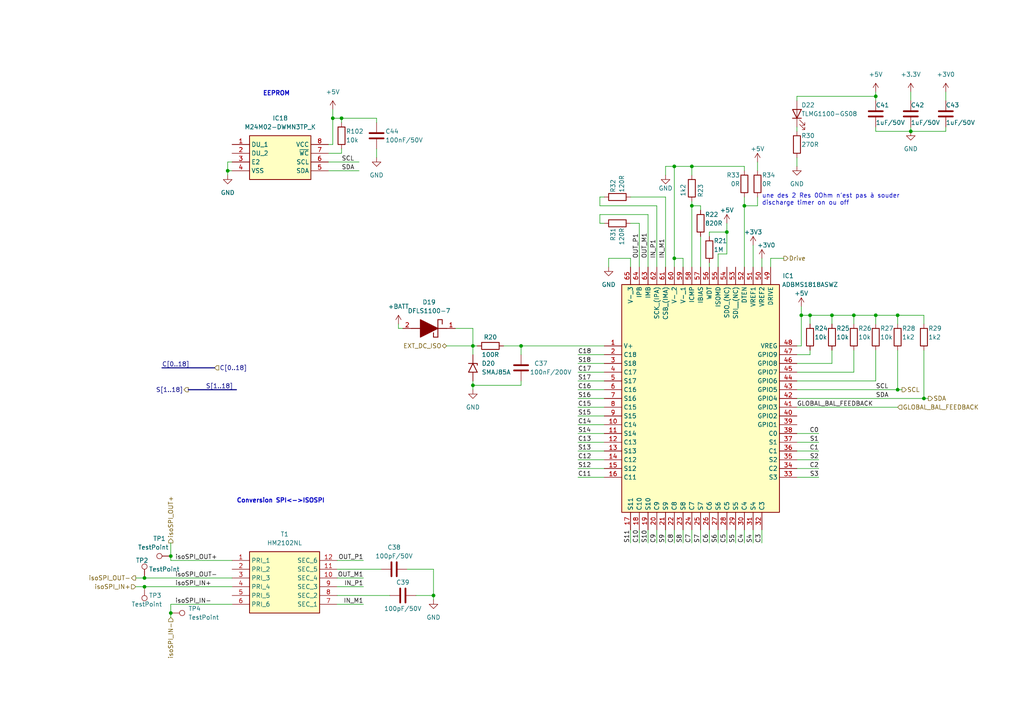
<source format=kicad_sch>
(kicad_sch (version 20230121) (generator eeschema)
  (paper "A4")
  (lib_symbols
    (symbol "ADBMS1818ASWZ:ADBMS1818ASWZ"
      (property "Reference" "IC" (at 52.07 22.86 0))
      (property "Value" "ADBMS1818ASWZ" (at 52.07 20.32 0))
      (symbol "ADBMS1818ASWZ_1_1"
        (rectangle (start 5.08 17.78) (end 50.8 -48.26) (stroke (width 0.254)) (fill (type background)))
        (pin passive line (at 0 0 0) (length 5.08) (name "V+") (number "1"))
        (pin passive line (at 0 -22.86 0) (length 5.08) (name "C14") (number "10"))
        (pin passive line (at 0 -25.4 0) (length 5.08) (name "S14") (number "11"))
        (pin passive line (at 0 -27.94 0) (length 5.08) (name "C13") (number "12"))
        (pin passive line (at 0 -30.48 0) (length 5.08) (name "S13") (number "13"))
        (pin passive line (at 0 -33.02 0) (length 5.08) (name "C12") (number "14"))
        (pin passive line (at 0 -35.56 0) (length 5.08) (name "S12") (number "15"))
        (pin passive line (at 0 -38.1 0) (length 5.08) (name "C11") (number "16"))
        (pin passive line (at 7.62 -53.34 90) (length 5.08) (name "S11") (number "17"))
        (pin passive line (at 10.16 -53.34 90) (length 5.08) (name "C10") (number "18"))
        (pin passive line (at 12.7 -53.34 90) (length 5.08) (name "S10") (number "19"))
        (pin passive line (at 0 -2.54 0) (length 5.08) (name "C18") (number "2"))
        (pin passive line (at 15.24 -53.34 90) (length 5.08) (name "C9") (number "20"))
        (pin passive line (at 17.78 -53.34 90) (length 5.08) (name "S9") (number "21"))
        (pin passive line (at 20.32 -53.34 90) (length 5.08) (name "C8") (number "22"))
        (pin passive line (at 22.86 -53.34 90) (length 5.08) (name "S8") (number "23"))
        (pin passive line (at 25.4 -53.34 90) (length 5.08) (name "C7") (number "24"))
        (pin passive line (at 27.94 -53.34 90) (length 5.08) (name "S7") (number "25"))
        (pin passive line (at 30.48 -53.34 90) (length 5.08) (name "C6") (number "26"))
        (pin passive line (at 33.02 -53.34 90) (length 5.08) (name "S6") (number "27"))
        (pin passive line (at 35.56 -53.34 90) (length 5.08) (name "C5") (number "28"))
        (pin passive line (at 38.1 -53.34 90) (length 5.08) (name "S5") (number "29"))
        (pin passive line (at 0 -5.08 0) (length 5.08) (name "S18") (number "3"))
        (pin passive line (at 40.64 -53.34 90) (length 5.08) (name "C4") (number "30"))
        (pin passive line (at 43.18 -53.34 90) (length 5.08) (name "S4") (number "31"))
        (pin passive line (at 45.72 -53.34 90) (length 5.08) (name "C3") (number "32"))
        (pin passive line (at 55.88 -38.1 180) (length 5.08) (name "S3") (number "33"))
        (pin passive line (at 55.88 -35.56 180) (length 5.08) (name "C2") (number "34"))
        (pin passive line (at 55.88 -33.02 180) (length 5.08) (name "S2") (number "35"))
        (pin passive line (at 55.88 -30.48 180) (length 5.08) (name "C1") (number "36"))
        (pin passive line (at 55.88 -27.94 180) (length 5.08) (name "S1") (number "37"))
        (pin passive line (at 55.88 -25.4 180) (length 5.08) (name "C0") (number "38"))
        (pin passive line (at 55.88 -22.86 180) (length 5.08) (name "GPIO1") (number "39"))
        (pin passive line (at 0 -7.62 0) (length 5.08) (name "C17") (number "4"))
        (pin passive line (at 55.88 -20.32 180) (length 5.08) (name "GPIO2") (number "40"))
        (pin passive line (at 55.88 -17.78 180) (length 5.08) (name "GPIO3") (number "41"))
        (pin passive line (at 55.88 -15.24 180) (length 5.08) (name "GPIO4") (number "42"))
        (pin passive line (at 55.88 -12.7 180) (length 5.08) (name "GPIO5") (number "43"))
        (pin passive line (at 55.88 -10.16 180) (length 5.08) (name "GPIO6") (number "44"))
        (pin passive line (at 55.88 -7.62 180) (length 5.08) (name "GPIO7") (number "45"))
        (pin passive line (at 55.88 -5.08 180) (length 5.08) (name "GPIO8") (number "46"))
        (pin passive line (at 55.88 -2.54 180) (length 5.08) (name "GPIO9") (number "47"))
        (pin passive line (at 55.88 0 180) (length 5.08) (name "VREG") (number "48"))
        (pin passive line (at 48.26 22.86 270) (length 5.08) (name "DRIVE") (number "49"))
        (pin passive line (at 0 -10.16 0) (length 5.08) (name "S17") (number "5"))
        (pin passive line (at 45.72 22.86 270) (length 5.08) (name "VREF2") (number "50"))
        (pin passive line (at 43.18 22.86 270) (length 5.08) (name "VREF1") (number "51"))
        (pin passive line (at 40.64 22.86 270) (length 5.08) (name "DTEN") (number "52"))
        (pin passive line (at 38.1 22.86 270) (length 5.08) (name "SDI__(NC)") (number "53"))
        (pin passive line (at 35.56 22.86 270) (length 5.08) (name "SDO_(NC)") (number "54"))
        (pin passive line (at 33.02 22.86 270) (length 5.08) (name "ISOMD") (number "55"))
        (pin passive line (at 30.48 22.86 270) (length 5.08) (name "WDT") (number "56"))
        (pin passive line (at 27.94 22.86 270) (length 5.08) (name "IBIAS") (number "57"))
        (pin passive line (at 25.4 22.86 270) (length 5.08) (name "ICMP") (number "58"))
        (pin passive line (at 22.86 22.86 270) (length 5.08) (name "V-_1") (number "59"))
        (pin passive line (at 0 -12.7 0) (length 5.08) (name "C16") (number "6"))
        (pin passive line (at 20.32 22.86 270) (length 5.08) (name "V-_2") (number "60"))
        (pin passive line (at 17.78 22.86 270) (length 5.08) (name "CSB_(IMA)") (number "61"))
        (pin passive line (at 15.24 22.86 270) (length 5.08) (name "SCK_(IPA)") (number "62"))
        (pin passive line (at 12.7 22.86 270) (length 5.08) (name "IMB") (number "63"))
        (pin passive line (at 10.16 22.86 270) (length 5.08) (name "IPB") (number "64"))
        (pin passive line (at 7.62 22.86 270) (length 5.08) (name "V-_3") (number "65"))
        (pin passive line (at 0 -15.24 0) (length 5.08) (name "S16") (number "7"))
        (pin passive line (at 0 -17.78 0) (length 5.08) (name "C15") (number "8"))
        (pin passive line (at 0 -20.32 0) (length 5.08) (name "S15") (number "9"))
      )
    )
    (symbol "Connector:TestPoint" (pin_numbers hide) (pin_names (offset 0.762) hide)
      (property "Reference" "TP" (at 0 6.858 0))
      (property "Value" "TestPoint" (at 0 5.08 0))
      (symbol "TestPoint_0_1"
        (circle (center 0 3.302) (radius 0.762))
      )
      (symbol "TestPoint_1_1"
        (pin passive line (at 0 0 90) (length 2.54) (name "1") (number "1"))
      )
    )
    (symbol "DFLS1100-7:DFLS1100-7" (pin_names hide)
      (property "Reference" "D" (at 11.43 5.08 0))
      (property "Value" "DFLS1100-7" (at 11.43 2.54 0))
      (symbol "DFLS1100-7_1_1"
        (polyline (pts (xy 2.54 0) (xy 5.08 0)) (stroke (width 0.254)))
        (polyline (pts (xy 5.08 2.54) (xy 5.08 -2.54)) (stroke (width 0.254)))
        (polyline (pts (xy 10.16 0) (xy 12.7 0)) (stroke (width 0.254)))
        (polyline (pts (xy 5.08 -2.54) (xy 3.81 -2.54) (xy 3.81 -1.27)) (stroke (width 0.254)))
        (polyline (pts (xy 5.08 2.54) (xy 6.35 2.54) (xy 6.35 1.27)) (stroke (width 0.254)))
        (polyline (pts (xy 5.08 0) (xy 10.16 2.54) (xy 10.16 -2.54) (xy 5.08 0)) (stroke (width 0.254)) (fill (type outline)))
        (pin passive line (at 0 0 0) (length 2.54) (name "K") (number "1"))
        (pin passive line (at 15.24 0 180) (length 2.54) (name "A") (number "2"))
      )
    )
    (symbol "Device:C" (pin_numbers hide) (pin_names (offset 0.254))
      (property "Reference" "C" (at 0.635 2.54 0))
      (property "Value" "C" (at 0.635 -2.54 0))
      (symbol "C_0_1"
        (polyline (pts (xy -2.032 -0.762) (xy 2.032 -0.762)) (stroke (width 0.508)))
        (polyline (pts (xy -2.032 0.762) (xy 2.032 0.762)) (stroke (width 0.508)))
      )
      (symbol "C_1_1"
        (pin passive line (at 0 3.81 270) (length 2.794) (name "~") (number "1"))
        (pin passive line (at 0 -3.81 90) (length 2.794) (name "~") (number "2"))
      )
    )
    (symbol "Device:LED" (pin_numbers hide) (pin_names (offset 1.016) hide)
      (property "Reference" "D" (at 0 2.54 0))
      (property "Value" "LED" (at 0 -2.54 0))
      (symbol "LED_0_1"
        (polyline (pts (xy -1.27 -1.27) (xy -1.27 1.27)) (stroke (width 0.254)))
        (polyline (pts (xy -1.27 0) (xy 1.27 0)))
        (polyline (pts (xy 1.27 -1.27) (xy 1.27 1.27) (xy -1.27 0) (xy 1.27 -1.27)) (stroke (width 0.254)))
        (polyline (pts (xy -3.048 -0.762) (xy -4.572 -2.286) (xy -3.81 -2.286) (xy -4.572 -2.286) (xy -4.572 -1.524)))
        (polyline (pts (xy -1.778 -0.762) (xy -3.302 -2.286) (xy -2.54 -2.286) (xy -3.302 -2.286) (xy -3.302 -1.524)))
      )
      (symbol "LED_1_1"
        (pin passive line (at -3.81 0 0) (length 2.54) (name "K") (number "1"))
        (pin passive line (at 3.81 0 180) (length 2.54) (name "A") (number "2"))
      )
    )
    (symbol "Device:R" (pin_numbers hide) (pin_names (offset 0))
      (property "Reference" "R" (at 2.032 0 90))
      (property "Value" "R" (at 0 0 90))
      (symbol "R_0_1"
        (rectangle (start -1.016 -2.54) (end 1.016 2.54) (stroke (width 0.254)))
      )
      (symbol "R_1_1"
        (pin passive line (at 0 3.81 270) (length 1.27) (name "~") (number "1"))
        (pin passive line (at 0 -3.81 90) (length 1.27) (name "~") (number "2"))
      )
    )
    (symbol "Diode:SMAJ85A" (pin_numbers hide) (pin_names (offset 1.016) hide)
      (property "Reference" "D" (at 0 2.54 0))
      (property "Value" "SMAJ85A" (at 0 -2.54 0))
      (symbol "SMAJ85A_0_1"
        (polyline (pts (xy -0.762 1.27) (xy -1.27 1.27) (xy -1.27 -1.27)) (stroke (width 0.254)))
        (polyline (pts (xy 1.27 1.27) (xy 1.27 -1.27) (xy -1.27 0) (xy 1.27 1.27)) (stroke (width 0.254)))
      )
      (symbol "SMAJ85A_1_1"
        (pin passive line (at -3.81 0 0) (length 2.54) (name "A1") (number "1"))
        (pin passive line (at 3.81 0 180) (length 2.54) (name "A2") (number "2"))
      )
    )
    (symbol "HM2102NL:HM2102NL"
      (property "Reference" "T" (at 26.67 7.62 0))
      (property "Value" "HM2102NL" (at 26.67 5.08 0))
      (symbol "HM2102NL_1_1"
        (rectangle (start 5.08 2.54) (end 25.4 -15.24) (stroke (width 0.254)) (fill (type background)))
        (pin passive line (at 0 0 0) (length 5.08) (name "PRI_1") (number "1"))
        (pin passive line (at 30.48 -5.08 180) (length 5.08) (name "SEC_4") (number "10"))
        (pin passive line (at 30.48 -2.54 180) (length 5.08) (name "SEC_5") (number "11"))
        (pin passive line (at 30.48 0 180) (length 5.08) (name "SEC_6") (number "12"))
        (pin passive line (at 0 -2.54 0) (length 5.08) (name "PRI_2") (number "2"))
        (pin passive line (at 0 -5.08 0) (length 5.08) (name "PRI_3") (number "3"))
        (pin passive line (at 0 -7.62 0) (length 5.08) (name "PRI_4") (number "4"))
        (pin passive line (at 0 -10.16 0) (length 5.08) (name "PRI_5") (number "5"))
        (pin passive line (at 0 -12.7 0) (length 5.08) (name "PRI_6") (number "6"))
        (pin passive line (at 30.48 -12.7 180) (length 5.08) (name "SEC_1") (number "7"))
        (pin passive line (at 30.48 -10.16 180) (length 5.08) (name "SEC_2") (number "8"))
        (pin passive line (at 30.48 -7.62 180) (length 5.08) (name "SEC_3") (number "9"))
      )
    )
    (symbol "M24M02-DWMN3TP_K:M24M02-DWMN3TP_K"
      (property "Reference" "IC" (at 24.13 7.62 0))
      (property "Value" "M24M02-DWMN3TP_K" (at 24.13 5.08 0))
      (symbol "M24M02-DWMN3TP_K_1_1"
        (rectangle (start 5.08 2.54) (end 22.86 -10.16) (stroke (width 0.254)) (fill (type background)))
        (pin passive line (at 0 0 0) (length 5.08) (name "DU_1") (number "1"))
        (pin passive line (at 0 -2.54 0) (length 5.08) (name "DU_2") (number "2"))
        (pin passive line (at 0 -5.08 0) (length 5.08) (name "E2") (number "3"))
        (pin passive line (at 0 -7.62 0) (length 5.08) (name "VSS") (number "4"))
        (pin passive line (at 27.94 -7.62 180) (length 5.08) (name "SDA") (number "5"))
        (pin passive line (at 27.94 -5.08 180) (length 5.08) (name "SCL") (number "6"))
        (pin passive line (at 27.94 -2.54 180) (length 5.08) (name "~{WC}") (number "7"))
        (pin passive line (at 27.94 0 180) (length 5.08) (name "VCC") (number "8"))
      )
    )
    (symbol "power:+3.3V" (power) (pin_names (offset 0))
      (property "Value" "+3.3V" (at 0 3.556 0))
      (symbol "+3.3V_0_1"
        (polyline (pts (xy -0.762 1.27) (xy 0 2.54)))
        (polyline (pts (xy 0 0) (xy 0 2.54)))
        (polyline (pts (xy 0 2.54) (xy 0.762 1.27)))
      )
      (symbol "+3.3V_1_1"
        (pin power_in line (at 0 0 90) (length 0) hide (name "+3.3V") (number "1"))
      )
    )
    (symbol "power:+3V0" (power) (pin_names (offset 0))
      (property "Value" "+3V0" (at 0 3.556 0))
      (symbol "+3V0_0_1"
        (polyline (pts (xy -0.762 1.27) (xy 0 2.54)))
        (polyline (pts (xy 0 0) (xy 0 2.54)))
        (polyline (pts (xy 0 2.54) (xy 0.762 1.27)))
      )
      (symbol "+3V0_1_1"
        (pin power_in line (at 0 0 90) (length 0) hide (name "+3V0") (number "1"))
      )
    )
    (symbol "power:+3V3" (power) (pin_names (offset 0))
      (property "Value" "+3V3" (at 0 3.556 0))
      (symbol "+3V3_0_1"
        (polyline (pts (xy -0.762 1.27) (xy 0 2.54)))
        (polyline (pts (xy 0 0) (xy 0 2.54)))
        (polyline (pts (xy 0 2.54) (xy 0.762 1.27)))
      )
      (symbol "+3V3_1_1"
        (pin power_in line (at 0 0 90) (length 0) hide (name "+3V3") (number "1"))
      )
    )
    (symbol "power:+5V" (power) (pin_names (offset 0))
      (property "Value" "+5V" (at 0 3.556 0))
      (symbol "+5V_0_1"
        (polyline (pts (xy -0.762 1.27) (xy 0 2.54)))
        (polyline (pts (xy 0 0) (xy 0 2.54)))
        (polyline (pts (xy 0 2.54) (xy 0.762 1.27)))
      )
      (symbol "+5V_1_1"
        (pin power_in line (at 0 0 90) (length 0) hide (name "+5V") (number "1"))
      )
    )
    (symbol "power:+BATT" (power) (pin_names (offset 0))
      (property "Value" "+BATT" (at 0 3.556 0))
      (symbol "+BATT_0_1"
        (polyline (pts (xy -0.762 1.27) (xy 0 2.54)))
        (polyline (pts (xy 0 0) (xy 0 2.54)))
        (polyline (pts (xy 0 2.54) (xy 0.762 1.27)))
      )
      (symbol "+BATT_1_1"
        (pin power_in line (at 0 0 90) (length 0) hide (name "+BATT") (number "1"))
      )
    )
    (symbol "power:GND" (power) (pin_names (offset 0))
      (property "Value" "GND" (at 0 -3.81 0))
      (symbol "GND_0_1"
        (polyline (pts (xy 0 0) (xy 0 -1.27) (xy 1.27 -1.27) (xy 0 -2.54) (xy -1.27 -1.27) (xy 0 -1.27)))
      )
      (symbol "GND_1_1"
        (pin power_in line (at 0 0 270) (length 0) hide (name "GND") (number "1"))
      )
    )
  )
  (junction (at 151.13 100.33))
  (junction (at 137.16 111.76))
  (junction (at 200.66 48.26))
  (junction (at 41.91 170.18))
  (junction (at 195.58 48.26))
  (junction (at 41.91 167.64))
  (junction (at 96.52 34.29))
  (junction (at 210.82 67.31))
  (junction (at 260.35 91.44))
  (junction (at 234.95 91.44))
  (junction (at 254 91.44))
  (junction (at 267.97 115.57))
  (junction (at 215.9 59.69))
  (junction (at 66.04 49.53))
  (junction (at 254 27.94))
  (junction (at 260.35 113.03))
  (junction (at 232.41 91.44))
  (junction (at 241.3 91.44))
  (junction (at 247.65 91.44))
  (junction (at 137.16 100.33))
  (junction (at 195.58 74.93))
  (junction (at 99.06 34.29))
  (junction (at 264.16 38.1))
  (junction (at 49.53 177.8))
  (junction (at 49.53 161.29))
  (junction (at 125.73 172.72))
  (junction (at 200.66 59.69))
  (wire (pts (xy 49.53 161.29) (xy 49.53 162.56)))
  (wire (pts (xy 274.32 26.67) (xy 274.32 29.21)))
  (wire (pts (xy 195.58 74.93) (xy 195.58 77.47)))
  (wire (pts (xy 125.73 165.1) (xy 125.73 172.72)))
  (wire (pts (xy 195.58 48.26) (xy 200.66 48.26)))
  (wire (pts (xy 66.04 46.99) (xy 66.04 49.53)))
  (wire (pts (xy 231.14 48.26) (xy 231.14 45.72)))
  (wire (pts (xy 137.16 110.49) (xy 137.16 111.76)))
  (wire (pts (xy 215.9 59.69) (xy 219.71 59.69)))
  (wire (pts (xy 241.3 101.6) (xy 241.3 105.41)))
  (wire (pts (xy 231.14 100.33) (xy 232.41 100.33)))
  (wire (pts (xy 200.66 48.26) (xy 215.9 48.26)))
  (wire (pts (xy 267.97 91.44) (xy 267.97 93.98)))
  (wire (pts (xy 231.14 125.73) (xy 237.49 125.73)))
  (wire (pts (xy 210.82 64.77) (xy 210.82 67.31)))
  (wire (pts (xy 200.66 48.26) (xy 200.66 50.8)))
  (wire (pts (xy 137.16 111.76) (xy 151.13 111.76)))
  (wire (pts (xy 213.36 153.67) (xy 213.36 157.48)))
  (wire (pts (xy 167.64 118.11) (xy 175.26 118.11)))
  (wire (pts (xy 115.57 95.25) (xy 116.84 95.25)))
  (wire (pts (xy 49.53 177.8) (xy 49.53 179.07)))
  (wire (pts (xy 167.64 135.89) (xy 175.26 135.89)))
  (wire (pts (xy 203.2 153.67) (xy 203.2 157.48)))
  (wire (pts (xy 220.98 74.93) (xy 220.98 77.47)))
  (wire (pts (xy 234.95 91.44) (xy 234.95 93.98)))
  (wire (pts (xy 99.06 34.29) (xy 99.06 35.56)))
  (wire (pts (xy 95.25 46.99) (xy 104.14 46.99)))
  (wire (pts (xy 96.52 34.29) (xy 96.52 41.91)))
  (wire (pts (xy 190.5 153.67) (xy 190.5 157.48)))
  (wire (pts (xy 264.16 38.1) (xy 274.32 38.1)))
  (wire (pts (xy 182.88 64.77) (xy 185.42 64.77)))
  (wire (pts (xy 205.74 76.2) (xy 205.74 77.47)))
  (wire (pts (xy 151.13 100.33) (xy 151.13 102.87)))
  (wire (pts (xy 173.99 57.15) (xy 175.26 57.15)))
  (wire (pts (xy 260.35 91.44) (xy 260.35 93.98)))
  (wire (pts (xy 247.65 101.6) (xy 247.65 107.95)))
  (wire (pts (xy 231.14 135.89) (xy 237.49 135.89)))
  (wire (pts (xy 39.37 167.64) (xy 41.91 167.64)))
  (wire (pts (xy 118.11 165.1) (xy 125.73 165.1)))
  (bus (pts (xy 54.61 113.03) (xy 68.58 113.03)))
  (wire (pts (xy 173.99 59.69) (xy 190.5 59.69)))
  (wire (pts (xy 167.64 113.03) (xy 175.26 113.03)))
  (wire (pts (xy 182.88 153.67) (xy 182.88 157.48)))
  (wire (pts (xy 205.74 67.31) (xy 205.74 68.58)))
  (wire (pts (xy 232.41 88.9) (xy 232.41 91.44)))
  (wire (pts (xy 218.44 71.12) (xy 218.44 77.47)))
  (wire (pts (xy 41.91 167.64) (xy 67.31 167.64)))
  (wire (pts (xy 200.66 153.67) (xy 200.66 157.48)))
  (wire (pts (xy 125.73 172.72) (xy 125.73 173.99)))
  (wire (pts (xy 99.06 43.18) (xy 99.06 44.45)))
  (wire (pts (xy 205.74 67.31) (xy 210.82 67.31)))
  (wire (pts (xy 267.97 101.6) (xy 267.97 115.57)))
  (wire (pts (xy 151.13 110.49) (xy 151.13 111.76)))
  (wire (pts (xy 167.64 128.27) (xy 175.26 128.27)))
  (wire (pts (xy 66.04 46.99) (xy 67.31 46.99)))
  (wire (pts (xy 182.88 74.93) (xy 182.88 77.47)))
  (wire (pts (xy 234.95 91.44) (xy 241.3 91.44)))
  (wire (pts (xy 198.12 153.67) (xy 198.12 157.48)))
  (wire (pts (xy 231.14 138.43) (xy 237.49 138.43)))
  (wire (pts (xy 254 91.44) (xy 260.35 91.44)))
  (wire (pts (xy 97.79 167.64) (xy 105.41 167.64)))
  (wire (pts (xy 254 26.67) (xy 254 27.94)))
  (wire (pts (xy 195.58 48.26) (xy 195.58 74.93)))
  (wire (pts (xy 267.97 115.57) (xy 269.24 115.57)))
  (wire (pts (xy 185.42 153.67) (xy 185.42 157.48)))
  (wire (pts (xy 95.25 44.45) (xy 99.06 44.45)))
  (wire (pts (xy 231.14 38.1) (xy 231.14 36.83)))
  (wire (pts (xy 193.04 48.26) (xy 193.04 50.8)))
  (wire (pts (xy 187.96 62.23) (xy 187.96 77.47)))
  (wire (pts (xy 195.58 153.67) (xy 195.58 157.48)))
  (wire (pts (xy 254 29.21) (xy 254 27.94)))
  (wire (pts (xy 185.42 64.77) (xy 185.42 77.47)))
  (wire (pts (xy 254 101.6) (xy 254 110.49)))
  (wire (pts (xy 187.96 153.67) (xy 187.96 157.48)))
  (wire (pts (xy 231.14 27.94) (xy 254 27.94)))
  (wire (pts (xy 264.16 36.83) (xy 264.16 38.1)))
  (wire (pts (xy 129.54 100.33) (xy 137.16 100.33)))
  (wire (pts (xy 219.71 57.15) (xy 219.71 59.69)))
  (wire (pts (xy 215.9 59.69) (xy 215.9 77.47)))
  (wire (pts (xy 151.13 100.33) (xy 175.26 100.33)))
  (wire (pts (xy 231.14 27.94) (xy 231.14 29.21)))
  (wire (pts (xy 96.52 34.29) (xy 99.06 34.29)))
  (wire (pts (xy 219.71 46.99) (xy 219.71 49.53)))
  (wire (pts (xy 39.37 170.18) (xy 41.91 170.18)))
  (wire (pts (xy 167.64 123.19) (xy 175.26 123.19)))
  (wire (pts (xy 254 91.44) (xy 254 93.98)))
  (wire (pts (xy 97.79 165.1) (xy 110.49 165.1)))
  (wire (pts (xy 210.82 67.31) (xy 210.82 73.66)))
  (wire (pts (xy 167.64 105.41) (xy 175.26 105.41)))
  (wire (pts (xy 223.52 74.93) (xy 227.33 74.93)))
  (wire (pts (xy 66.04 49.53) (xy 67.31 49.53)))
  (wire (pts (xy 198.12 74.93) (xy 198.12 77.47)))
  (wire (pts (xy 96.52 31.75) (xy 96.52 34.29)))
  (wire (pts (xy 210.82 73.66) (xy 208.28 73.66)))
  (wire (pts (xy 231.14 102.87) (xy 234.95 102.87)))
  (wire (pts (xy 274.32 36.83) (xy 274.32 38.1)))
  (wire (pts (xy 208.28 153.67) (xy 208.28 157.48)))
  (wire (pts (xy 231.14 110.49) (xy 254 110.49)))
  (wire (pts (xy 193.04 48.26) (xy 195.58 48.26)))
  (wire (pts (xy 66.04 49.53) (xy 66.04 50.8)))
  (wire (pts (xy 241.3 91.44) (xy 247.65 91.44)))
  (wire (pts (xy 109.22 34.29) (xy 109.22 35.56)))
  (wire (pts (xy 49.53 157.48) (xy 49.53 161.29)))
  (wire (pts (xy 41.91 170.18) (xy 67.31 170.18)))
  (wire (pts (xy 203.2 68.58) (xy 203.2 77.47)))
  (wire (pts (xy 146.05 100.33) (xy 151.13 100.33)))
  (wire (pts (xy 97.79 172.72) (xy 113.03 172.72)))
  (wire (pts (xy 260.35 113.03) (xy 260.35 101.6)))
  (wire (pts (xy 231.14 107.95) (xy 247.65 107.95)))
  (wire (pts (xy 167.64 120.65) (xy 175.26 120.65)))
  (wire (pts (xy 167.64 130.81) (xy 175.26 130.81)))
  (wire (pts (xy 223.52 74.93) (xy 223.52 77.47)))
  (wire (pts (xy 220.98 153.67) (xy 220.98 157.48)))
  (wire (pts (xy 167.64 133.35) (xy 175.26 133.35)))
  (wire (pts (xy 132.08 95.25) (xy 137.16 95.25)))
  (wire (pts (xy 205.74 153.67) (xy 205.74 157.48)))
  (wire (pts (xy 231.14 115.57) (xy 267.97 115.57)))
  (bus (pts (xy 46.99 106.68) (xy 62.23 106.68)))
  (wire (pts (xy 231.14 133.35) (xy 237.49 133.35)))
  (wire (pts (xy 208.28 73.66) (xy 208.28 77.47)))
  (wire (pts (xy 218.44 153.67) (xy 218.44 157.48)))
  (wire (pts (xy 173.99 62.23) (xy 173.99 64.77)))
  (wire (pts (xy 231.14 105.41) (xy 241.3 105.41)))
  (wire (pts (xy 137.16 95.25) (xy 137.16 100.33)))
  (wire (pts (xy 200.66 58.42) (xy 200.66 59.69)))
  (wire (pts (xy 49.53 162.56) (xy 67.31 162.56)))
  (wire (pts (xy 182.88 57.15) (xy 193.04 57.15)))
  (wire (pts (xy 231.14 130.81) (xy 237.49 130.81)))
  (wire (pts (xy 49.53 175.26) (xy 49.53 177.8)))
  (wire (pts (xy 254 38.1) (xy 264.16 38.1)))
  (wire (pts (xy 260.35 91.44) (xy 267.97 91.44)))
  (wire (pts (xy 173.99 57.15) (xy 173.99 59.69)))
  (wire (pts (xy 190.5 59.69) (xy 190.5 77.47)))
  (wire (pts (xy 167.64 115.57) (xy 175.26 115.57)))
  (wire (pts (xy 193.04 153.67) (xy 193.04 157.48)))
  (wire (pts (xy 210.82 153.67) (xy 210.82 157.48)))
  (wire (pts (xy 232.41 91.44) (xy 234.95 91.44)))
  (wire (pts (xy 167.64 138.43) (xy 175.26 138.43)))
  (wire (pts (xy 137.16 111.76) (xy 137.16 113.03)))
  (wire (pts (xy 247.65 91.44) (xy 254 91.44)))
  (wire (pts (xy 215.9 153.67) (xy 215.9 157.48)))
  (wire (pts (xy 97.79 175.26) (xy 105.41 175.26)))
  (wire (pts (xy 231.14 113.03) (xy 260.35 113.03)))
  (wire (pts (xy 167.64 107.95) (xy 175.26 107.95)))
  (wire (pts (xy 176.53 74.93) (xy 176.53 77.47)))
  (wire (pts (xy 264.16 26.67) (xy 264.16 29.21)))
  (wire (pts (xy 115.57 93.98) (xy 115.57 95.25)))
  (wire (pts (xy 200.66 59.69) (xy 200.66 77.47)))
  (wire (pts (xy 200.66 59.69) (xy 203.2 59.69)))
  (wire (pts (xy 247.65 91.44) (xy 247.65 93.98)))
  (wire (pts (xy 232.41 91.44) (xy 232.41 100.33)))
  (wire (pts (xy 137.16 100.33) (xy 138.43 100.33)))
  (wire (pts (xy 241.3 91.44) (xy 241.3 93.98)))
  (wire (pts (xy 97.79 170.18) (xy 105.41 170.18)))
  (wire (pts (xy 49.53 175.26) (xy 67.31 175.26)))
  (wire (pts (xy 215.9 48.26) (xy 215.9 49.53)))
  (wire (pts (xy 176.53 74.93) (xy 182.88 74.93)))
  (wire (pts (xy 120.65 172.72) (xy 125.73 172.72)))
  (wire (pts (xy 167.64 102.87) (xy 175.26 102.87)))
  (wire (pts (xy 231.14 128.27) (xy 237.49 128.27)))
  (wire (pts (xy 215.9 57.15) (xy 215.9 59.69)))
  (wire (pts (xy 231.14 118.11) (xy 260.35 118.11)))
  (wire (pts (xy 99.06 34.29) (xy 109.22 34.29)))
  (wire (pts (xy 137.16 100.33) (xy 137.16 102.87)))
  (wire (pts (xy 96.52 41.91) (xy 95.25 41.91)))
  (wire (pts (xy 234.95 101.6) (xy 234.95 102.87)))
  (wire (pts (xy 173.99 62.23) (xy 187.96 62.23)))
  (wire (pts (xy 109.22 43.18) (xy 109.22 45.72)))
  (wire (pts (xy 260.35 113.03) (xy 261.62 113.03)))
  (wire (pts (xy 167.64 110.49) (xy 175.26 110.49)))
  (wire (pts (xy 173.99 64.77) (xy 175.26 64.77)))
  (wire (pts (xy 195.58 74.93) (xy 198.12 74.93)))
  (wire (pts (xy 97.79 162.56) (xy 105.41 162.56)))
  (wire (pts (xy 193.04 57.15) (xy 193.04 77.47)))
  (wire (pts (xy 167.64 125.73) (xy 175.26 125.73)))
  (wire (pts (xy 95.25 49.53) (xy 104.14 49.53)))
  (wire (pts (xy 203.2 59.69) (xy 203.2 60.96)))
  (wire (pts (xy 254 38.1) (xy 254 36.83)))
  (text "EEPROM\n" (at 76.2 27.94 0) (effects (font (size 1.27 1.27) (thickness 0.254) bold) (justify left bottom)))
  (text "Conversion SPI<->ISOSPI" (at 68.58 146.05 0) (effects (font (size 1.27 1.27) (thickness 0.254) bold) (justify left bottom)))
  (text "une des 2 Res 0Ohm n'est pas à souder\ndischarge timer on ou off\n" (at 220.98 59.69 0) (effects (font (size 1.27 1.27)) (justify left bottom)))
  (label "S[1..18]" (at 59.69 113.03 0))
  (label "SDA" (at 254 115.57 0))
  (label "C5" (at 210.82 157.48 90))
  (label "IN_P1" (at 105.41 170.18 180))
  (label "C6" (at 205.74 157.48 90))
  (label "C11" (at 167.64 138.43 0))
  (label "S5" (at 213.36 157.48 90))
  (label "C1" (at 237.49 130.81 180))
  (label "S6" (at 208.28 157.48 90))
  (label "S4" (at 218.44 157.48 90))
  (label "S11" (at 182.88 157.48 90))
  (label "C15" (at 167.64 118.11 0))
  (label "C16" (at 167.64 113.03 0))
  (label "IN_M1" (at 193.04 74.93 90))
  (label "C0" (at 237.49 125.73 180))
  (label "C14" (at 167.64 123.19 0))
  (label "C13" (at 167.64 128.27 0))
  (label "isoSPI_IN+" (at 50.8 170.18 0))
  (label "S9" (at 193.04 157.48 90))
  (label "C4" (at 215.9 157.48 90))
  (label "SCL" (at 254 113.03 0))
  (label "S1" (at 237.49 128.27 180))
  (label "S15" (at 167.64 120.65 0))
  (label "C3" (at 220.98 157.48 90))
  (label "C12" (at 167.64 133.35 0))
  (label "S13" (at 167.64 130.81 0))
  (label "OUT_P1" (at 105.41 162.56 180))
  (label "SCL" (at 99.06 46.99 0))
  (label "S10" (at 187.96 157.48 90))
  (label "OUT_M1" (at 105.41 167.64 180))
  (label "C2" (at 237.49 135.89 180))
  (label "S16" (at 167.64 115.57 0))
  (label "S8" (at 198.12 157.48 90))
  (label "isoSPI_IN-" (at 50.8 175.26 0))
  (label "IN_M1" (at 105.41 175.26 180))
  (label "C7" (at 200.66 157.48 90))
  (label "isoSPI_OUT-" (at 50.8 167.64 0))
  (label "OUT_P1" (at 185.42 74.93 90))
  (label "C10" (at 185.42 157.48 90))
  (label "S12" (at 167.64 135.89 0))
  (label "C17" (at 167.64 107.95 0))
  (label "S14" (at 167.64 125.73 0))
  (label "SDA" (at 99.06 49.53 0))
  (label "C18" (at 167.64 102.87 0))
  (label "C8" (at 195.58 157.48 90))
  (label "GLOBAL_BAL_FEEDBACK" (at 231.14 118.11 0))
  (label "S7" (at 203.2 157.48 90))
  (label "S2" (at 237.49 133.35 180))
  (label "S18" (at 167.64 105.41 0))
  (label "IN_P1" (at 190.5 74.93 90))
  (label "C[0..18]" (at 46.99 106.68 0))
  (label "S17" (at 167.64 110.49 0))
  (label "C9" (at 190.5 157.48 90))
  (label "S3" (at 237.49 138.43 180))
  (label "isoSPI_OUT+" (at 50.8 162.56 0))
  (label "OUT_M1" (at 187.96 74.93 90))
  (hierarchical_label "C[0..18]" (shape input) (at 62.23 106.68 0))
  (hierarchical_label "S[1..18]" (shape output) (at 54.61 113.03 180))
  (hierarchical_label "isoSPI_IN-" (shape input) (at 49.53 179.07 270))
  (hierarchical_label "GLOBAL_BAL_FEEDBACK" (shape input) (at 260.35 118.11 0))
  (hierarchical_label "Drive" (shape output) (at 227.33 74.93 0))
  (hierarchical_label "isoSPI_OUT+" (shape output) (at 49.53 157.48 90))
  (hierarchical_label "SCL" (shape output) (at 261.62 113.03 0))
  (hierarchical_label "isoSPI_OUT-" (shape output) (at 39.37 167.64 180))
  (hierarchical_label "SDA" (shape output) (at 269.24 115.57 0))
  (hierarchical_label "EXT_DC_ISO" (shape bidirectional) (at 129.54 100.33 180))
  (hierarchical_label "isoSPI_IN+" (shape input) (at 39.37 170.18 180))
  (symbol (lib_id "Device:C") (at 151.13 106.68 0) (unit 1)
    (property "Reference" "C37" (at 154.94 105.41 0) (effects (justify left)))
    (property "Value" "100nF/200V" (at 153.67 107.95 0) (effects (justify left)))
    (property "Footprint" "Capacitor_SMD:C_1206_3216Metric" (effects hide))
  )
  (symbol (lib_id "power:GND") (at 264.16 38.1 0) (unit 1)
    (property "Reference" "#PWR021" (effects hide))
    (property "Value" "GND" (at 264.16 43.18 0))
  )
  (symbol (lib_id "power:+3V0") (at 220.98 74.93 0) (unit 1)
    (property "Reference" "#PWR09" (effects hide))
    (property "Value" "+3V0" (at 222.25 71.12 0))
  )
  (symbol (lib_id "power:+5V") (at 232.41 88.9 0) (unit 1)
    (property "Reference" "#PWR011" (effects hide))
    (property "Value" "+5V" (at 232.41 85.09 0))
  )
  (symbol (lib_id "Device:R") (at 179.07 57.15 90) (unit 1)
    (property "Reference" "R32" (at 177.8 55.88 0) (effects (justify left)))
    (property "Value" "120R" (at 180.34 55.88 0) (effects (justify left)))
    (property "Footprint" "Resistor_SMD:R_0603_1608Metric" (effects hide))
  )
  (symbol (lib_id "Device:C") (at 264.16 33.02 0) (unit 1)
    (property "Reference" "C42" (at 264.16 30.48 0) (effects (justify left)))
    (property "Value" "1uF/50V" (at 264.16 35.56 0) (effects (justify left)))
    (property "Footprint" "Capacitor_SMD:C_0805_2012Metric" (effects hide))
  )
  (symbol (lib_id "Device:R") (at 215.9 53.34 180) (unit 1)
    (property "Reference" "R33" (at 214.63 50.8 0) (effects (justify left)))
    (property "Value" "0R" (at 214.63 53.34 0) (effects (justify left)))
    (property "Footprint" "Resistor_SMD:R_0603_1608Metric" (effects hide))
  )
  (symbol (lib_id "Connector:TestPoint") (at 49.53 177.8 270) (unit 1)
    (property "Reference" "TP4" (at 54.61 176.53 90) (effects (justify left)))
    (property "Value" "TestPoint" (at 54.61 179.07 90) (effects (justify left)))
    (property "Footprint" "TestPoint:TestPoint_Pad_1.5x1.5mm" (effects hide))
  )
  (symbol (lib_id "power:GND") (at 109.22 45.72 0) (unit 1)
    (property "Reference" "#PWR024" (effects hide))
    (property "Value" "GND" (at 109.22 50.8 0))
  )
  (symbol (lib_id "power:GND") (at 193.04 50.8 0) (unit 1)
    (property "Reference" "#PWR010" (effects hide))
    (property "Value" "GND" (at 193.04 54.61 0))
  )
  (symbol (lib_id "Device:R") (at 142.24 100.33 90) (unit 1)
    (property "Reference" "R20" (at 142.24 97.79 90))
    (property "Value" "100R" (at 142.24 102.87 90))
    (property "Footprint" "Resistor_SMD:R_0805_2012Metric" (effects hide))
  )
  (symbol (lib_id "Device:R") (at 179.07 64.77 270) (unit 1)
    (property "Reference" "R31" (at 177.8 66.04 0) (effects (justify left)))
    (property "Value" "120R" (at 180.34 66.04 0) (effects (justify left)))
    (property "Footprint" "Resistor_SMD:R_0603_1608Metric" (effects hide))
  )
  (symbol (lib_id "Device:R") (at 234.95 97.79 0) (unit 1)
    (property "Reference" "R24" (at 236.22 95.25 0) (effects (justify left)))
    (property "Value" "10k" (at 236.22 97.79 0) (effects (justify left)))
    (property "Footprint" "Resistor_SMD:R_0603_1608Metric" (effects hide))
  )
  (symbol (lib_id "Connector:TestPoint") (at 49.53 161.29 90) (unit 1)
    (property "Reference" "TP1" (at 46.228 156.21 90))
    (property "Value" "TestPoint" (at 44.45 158.75 90))
    (property "Footprint" "TestPoint:TestPoint_Pad_1.5x1.5mm" (effects hide))
  )
  (symbol (lib_id "power:GND") (at 125.73 173.99 0) (unit 1)
    (property "Reference" "#PWR013" (effects hide))
    (property "Value" "GND" (at 125.73 179.07 0))
  )
  (symbol (lib_id "power:GND") (at 231.14 48.26 0) (unit 1)
    (property "Reference" "#PWR022" (effects hide))
    (property "Value" "GND" (at 231.14 53.34 0))
  )
  (symbol (lib_id "Device:R") (at 254 97.79 0) (unit 1)
    (property "Reference" "R27" (at 255.27 95.25 0) (effects (justify left)))
    (property "Value" "10k" (at 255.27 97.79 0) (effects (justify left)))
    (property "Footprint" "Resistor_SMD:R_0603_1608Metric" (effects hide))
  )
  (symbol (lib_id "Device:R") (at 260.35 97.79 0) (unit 1)
    (property "Reference" "R28" (at 261.62 95.25 0) (effects (justify left)))
    (property "Value" "1k2" (at 261.62 97.79 0) (effects (justify left)))
    (property "Footprint" "Resistor_SMD:R_0603_1608Metric" (effects hide))
  )
  (symbol (lib_id "Device:R") (at 231.14 41.91 0) (unit 1)
    (property "Reference" "R30" (at 232.41 39.37 0) (effects (justify left)))
    (property "Value" "270R" (at 232.41 41.91 0) (effects (justify left)))
    (property "Footprint" "Resistor_SMD:R_0603_1608Metric" (effects hide))
  )
  (symbol (lib_id "Device:R") (at 241.3 97.79 0) (unit 1)
    (property "Reference" "R25" (at 242.57 95.25 0) (effects (justify left)))
    (property "Value" "10k" (at 242.57 97.79 0) (effects (justify left)))
    (property "Footprint" "Resistor_SMD:R_0603_1608Metric" (effects hide))
  )
  (symbol (lib_id "power:+5V") (at 219.71 46.99 0) (unit 1)
    (property "Reference" "#PWR014" (effects hide))
    (property "Value" "+5V" (at 219.71 43.18 0))
  )
  (symbol (lib_id "Device:C") (at 116.84 172.72 90) (unit 1)
    (property "Reference" "C39" (at 116.84 168.91 90))
    (property "Value" "100pF/50V" (at 116.84 176.53 90))
    (property "Footprint" "Capacitor_SMD:C_0603_1608Metric" (effects hide))
  )
  (symbol (lib_id "Device:R") (at 219.71 53.34 0) (unit 1)
    (property "Reference" "R34" (at 220.98 50.8 0) (effects (justify left)))
    (property "Value" "0R" (at 220.98 53.34 0) (effects (justify left)))
    (property "Footprint" "Resistor_SMD:R_0603_1608Metric" (effects hide))
  )
  (symbol (lib_id "Device:R") (at 99.06 39.37 0) (unit 1)
    (property "Reference" "R102" (at 100.33 38.1 0) (effects (justify left)))
    (property "Value" "10k" (at 100.33 40.64 0) (effects (justify left)))
    (property "Footprint" "Resistor_SMD:R_0603_1608Metric" (effects hide))
  )
  (symbol (lib_id "power:GND") (at 176.53 77.47 0) (unit 1)
    (property "Reference" "#PWR07" (effects hide))
    (property "Value" "GND" (at 176.53 82.55 0))
  )
  (symbol (lib_id "HM2102NL:HM2102NL") (at 67.31 162.56 0) (unit 1)
    (property "Reference" "T1" (at 82.55 154.94 0))
    (property "Value" "HM2102NL" (at 82.55 157.48 0))
    (property "Footprint" "HM2102NL:SOP200P1473X500-12N" (effects hide))
    (property "Datasheet" "https://productfinder.pulseeng.com/doc_type/WEB301/doc_num/HM2102NL/doc_part/HM2102NL.pdf" (effects hide))
    (property "Height" "5" (effects hide))
    (property "Manufacturer_Name" "Pulse Electronics" (effects hide))
    (property "Manufacturer_Part_Number" "HM2102NL" (effects hide))
    (property "Mouser Part Number" "673-HM2102NL" (effects hide))
    (property "Mouser Price/Stock" "https://www.mouser.co.uk/ProductDetail/Pulse-Electronics/HM2102NL?qs=1mbolxNpo8c93YBFuby5tg%3D%3D" (effects hide))
    (property "Arrow Part Number" "HM2102NL" (effects hide))
    (property "Arrow Price/Stock" "https://www.arrow.com/en/products/hm2102nl/pulse-electronics-corporation" (effects hide))
  )
  (symbol (lib_id "ADBMS1818ASWZ:ADBMS1818ASWZ") (at 175.26 100.33 0) (unit 1)
    (property "Reference" "IC1" (at 228.6 80.01 0))
    (property "Value" "ADBMS1818ASWZ" (at 234.95 82.55 0))
    (property "Footprint" "ADBMS1818:QFP50P1200X1200X160-65N" (effects hide))
    (property "Datasheet" "https://www.analog.com/ADBMS1818/datasheet" (effects hide))
    (property "Height" "1.6" (effects hide))
    (property "Manufacturer_Name" "Analog Devices" (effects hide))
    (property "Manufacturer_Part_Number" "ADBMS1818ASWZ" (effects hide))
    (property "Mouser Part Number" "584-ADBMS1818ASWZ" (effects hide))
    (property "Mouser Price/Stock" "https://www.mouser.co.uk/ProductDetail/Analog-Devices/ADBMS1818ASWZ?qs=pUKx8fyJudB64VZO6QRyWQ%3D%3D" (effects hide))
    (property "Arrow Part Number" "ADBMS1818ASWZ" (effects hide))
    (property "Arrow Price/Stock" "https://www.arrow.com/en/products/adbms1818aswz/analog-devices?region=nac" (effects hide))
  )
  (symbol (lib_id "Device:C") (at 274.32 33.02 0) (unit 1)
    (property "Reference" "C43" (at 274.32 30.48 0) (effects (justify left)))
    (property "Value" "1uF/50V" (at 274.32 35.56 0) (effects (justify left)))
    (property "Footprint" "Capacitor_SMD:C_0805_2012Metric" (effects hide))
  )
  (symbol (lib_id "power:+5V") (at 210.82 64.77 0) (unit 1)
    (property "Reference" "#PWR012" (effects hide))
    (property "Value" "+5V" (at 210.82 60.96 0))
  )
  (symbol (lib_id "power:+3V3") (at 218.44 71.12 0) (unit 1)
    (property "Reference" "#PWR08" (effects hide))
    (property "Value" "+3V3" (at 218.44 67.31 0))
  )
  (symbol (lib_id "Device:C") (at 114.3 165.1 90) (unit 1)
    (property "Reference" "C38" (at 114.3 158.75 90))
    (property "Value" "100pF/50V" (at 114.3 161.29 90))
    (property "Footprint" "Capacitor_SMD:C_0603_1608Metric" (effects hide))
  )
  (symbol (lib_id "power:GND") (at 66.04 50.8 0) (unit 1)
    (property "Reference" "#PWR025" (effects hide))
    (property "Value" "GND" (at 66.04 55.88 0))
  )
  (symbol (lib_id "Device:C") (at 109.22 39.37 0) (unit 1)
    (property "Reference" "C44" (at 111.76 38.1 0) (effects (justify left)))
    (property "Value" "100nF/50V" (at 111.76 40.64 0) (effects (justify left)))
    (property "Footprint" "Capacitor_SMD:C_0603_1608Metric" (effects hide))
  )
  (symbol (lib_id "Device:R") (at 267.97 97.79 0) (unit 1)
    (property "Reference" "R29" (at 269.24 95.25 0) (effects (justify left)))
    (property "Value" "1k2" (at 269.24 97.79 0) (effects (justify left)))
    (property "Footprint" "Resistor_SMD:R_0603_1608Metric" (effects hide))
  )
  (symbol (lib_id "power:+3.3V") (at 264.16 26.67 0) (unit 1)
    (property "Reference" "#PWR019" (effects hide))
    (property "Value" "+3.3V" (at 264.16 21.59 0))
  )
  (symbol (lib_id "Device:R") (at 205.74 72.39 0) (unit 1)
    (property "Reference" "R21" (at 207.01 69.85 0) (effects (justify left)))
    (property "Value" "1M" (at 207.01 72.39 0) (effects (justify left)))
    (property "Footprint" "Resistor_SMD:R_0603_1608Metric" (effects hide))
  )
  (symbol (lib_id "Connector:TestPoint") (at 41.91 170.18 180) (unit 1)
    (property "Reference" "TP3" (at 43.18 172.72 0) (effects (justify right)))
    (property "Value" "TestPoint" (at 38.1 175.26 0) (effects (justify right)))
    (property "Footprint" "TestPoint:TestPoint_Pad_1.5x1.5mm" (effects hide))
  )
  (symbol (lib_id "power:GND") (at 137.16 113.03 0) (unit 1)
    (property "Reference" "#PWR06" (effects hide))
    (property "Value" "GND" (at 137.16 118.11 0))
  )
  (symbol (lib_id "power:+5V") (at 254 26.67 0) (unit 1)
    (property "Reference" "#PWR018" (effects hide))
    (property "Value" "+5V" (at 254 21.59 0))
  )
  (symbol (lib_id "Device:R") (at 203.2 64.77 0) (unit 1)
    (property "Reference" "R22" (at 204.47 62.23 0) (effects (justify left)))
    (property "Value" "820R" (at 204.47 64.77 0) (effects (justify left)))
    (property "Footprint" "Resistor_SMD:R_0603_1608Metric" (effects hide))
  )
  (symbol (lib_id "Device:R") (at 200.66 54.61 180) (unit 1)
    (property "Reference" "R23" (at 203.2 53.34 90) (effects (justify left)))
    (property "Value" "1k2" (at 198.12 53.34 90) (effects (justify left)))
    (property "Footprint" "Resistor_SMD:R_0603_1608Metric" (effects hide))
  )
  (symbol (lib_id "Device:LED") (at 231.14 33.02 90) (unit 1)
    (property "Reference" "D22" (at 232.41 30.48 90) (effects (justify right)))
    (property "Value" "TLMG1100-GS08" (at 232.41 33.02 90) (effects (justify right)))
    (property "Footprint" "LED_SMD:LED_0603_1608Metric" (effects hide))
  )
  (symbol (lib_id "power:+3V0") (at 274.32 26.67 0) (unit 1)
    (property "Reference" "#PWR020" (effects hide))
    (property "Value" "+3V0" (at 274.32 21.59 0))
  )
  (symbol (lib_id "Device:R") (at 247.65 97.79 0) (unit 1)
    (property "Reference" "R26" (at 248.92 95.25 0) (effects (justify left)))
    (property "Value" "10k" (at 248.92 97.79 0) (effects (justify left)))
    (property "Footprint" "Resistor_SMD:R_0603_1608Metric" (effects hide))
  )
  (symbol (lib_id "power:+BATT") (at 115.57 93.98 0) (unit 1)
    (property "Reference" "#PWR05" (effects hide))
    (property "Value" "+BATT" (at 115.57 88.9 0))
  )
  (symbol (lib_id "Diode:SMAJ85A") (at 137.16 106.68 270) (unit 1)
    (property "Reference" "D20" (at 139.7 105.41 90) (effects (justify left)))
    (property "Value" "SMAJ85A" (at 139.7 107.95 90) (effects (justify left)))
    (property "Footprint" "Diode_SMD:D_SMA" (effects hide))
    (property "Datasheet" "https://www.littelfuse.com/media?resourcetype=datasheets&itemid=75e32973-b177-4ee3-a0ff-cedaf1abdb93&filename=smaj-datasheet" (effects hide))
  )
  (symbol (lib_id "Connector:TestPoint") (at 41.91 167.64 0) (unit 1)
    (property "Reference" "TP2" (at 39.37 162.56 0) (effects (justify left)))
    (property "Value" "TestPoint" (at 43.18 165.1 0) (effects (justify left)))
    (property "Footprint" "TestPoint:TestPoint_Pad_1.5x1.5mm" (effects hide))
  )
  (symbol (lib_id "DFLS1100-7:DFLS1100-7") (at 132.08 95.25 180) (unit 1)
    (property "Reference" "D19" (at 124.46 87.63 0))
    (property "Value" "DFLS1100-7" (at 124.46 90.17 0))
    (property "Footprint" "DFLS1100-7:POWERDI123_1" (effects hide))
    (property "Datasheet" "https://datasheet.datasheetarchive.com/originals/distributors/Datasheets-9/DSA-163400.pdf" (effects hide))
    (property "Manufacturer_Name" "Diodes Inc." (effects hide))
    (property "Manufacturer_Part_Number" "DFLS1100-7" (effects hide))
    (property "Mouser Part Number" "621-DFLS1100-7" (effects hide))
    (property "Mouser Price/Stock" "https://www.mouser.co.uk/ProductDetail/Diodes-Incorporated/DFLS1100-7?qs=mQbszxtPdlOXqXCc0ekDEQ%3D%3D" (effects hide))
    (property "Arrow Part Number" "DFLS1100-7" (effects hide))
    (property "Arrow Price/Stock" "https://www.arrow.com/en/products/dfls1100-7/diodes-incorporated?region=nac" (effects hide))
  )
  (symbol (lib_id "power:+5V") (at 96.52 31.75 0) (unit 1)
    (property "Reference" "#PWR023" (effects hide))
    (property "Value" "+5V" (at 96.52 26.67 0))
  )
  (symbol (lib_id "Device:C") (at 254 33.02 0) (unit 1)
    (property "Reference" "C41" (at 254 30.48 0) (effects (justify left)))
    (property "Value" "1uF/50V" (at 254 35.56 0) (effects (justify left)))
    (property "Footprint" "Capacitor_SMD:C_0805_2012Metric" (effects hide))
  )
  (symbol (lib_id "M24M02-DWMN3TP_K:M24M02-DWMN3TP_K") (at 67.31 41.91 0) (unit 1)
    (property "Reference" "IC18" (at 81.28 34.29 0))
    (property "Value" "M24M02-DWMN3TP_K" (at 81.28 36.83 0))
    (property "Footprint" "SOIC127P600X175-8N" (effects hide))
    (property "Datasheet" "http://www.st.com/st-web-ui/static/active/en/resource/technical/document/datasheet/DM00200595.pdf" (effects hide))
    (property "Height" "1.75" (effects hide))
    (property "Manufacturer_Name" "STMicroelectronics" (effects hide))
    (property "Manufacturer_Part_Number" "M24M02-DWMN3TP/K" (effects hide))
    (property "Mouser Part Number" "511-M24M02-DWMN3TP/K" (effects hide))
    (property "Mouser Price/Stock" "https://www.mouser.co.uk/ProductDetail/STMicroelectronics/M24M02-DWMN3TP-K?qs=BA62vJVifGoXWd89ZCP6xQ%3D%3D" (effects hide))
    (property "Arrow Part Number" "M24M02-DWMN3TP/K" (effects hide))
    (property "Arrow Price/Stock" "https://www.arrow.com/en/products/m24m02-dwmn3tpk/stmicroelectronics?region=nac" (effects hide))
  )
)
</source>
